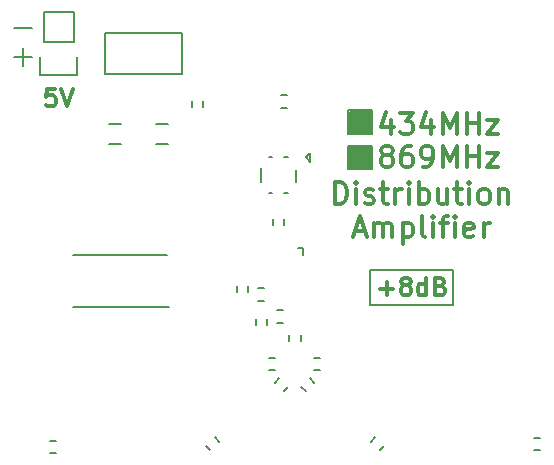
<source format=gto>
G04 #@! TF.FileFunction,Legend,Top*
%FSLAX46Y46*%
G04 Gerber Fmt 4.6, Leading zero omitted, Abs format (unit mm)*
G04 Created by KiCad (PCBNEW 4.0.2-stable) date Fri 15 Jul 2016 21:48:07 BST*
%MOMM*%
G01*
G04 APERTURE LIST*
%ADD10C,0.100000*%
%ADD11C,0.300000*%
%ADD12C,0.200000*%
%ADD13C,0.150000*%
%ADD14C,0.254000*%
G04 APERTURE END LIST*
D10*
D11*
X88371429Y-79404286D02*
X88371429Y-77604286D01*
X88800001Y-77604286D01*
X89057144Y-77690000D01*
X89228572Y-77861429D01*
X89314287Y-78032857D01*
X89400001Y-78375714D01*
X89400001Y-78632857D01*
X89314287Y-78975714D01*
X89228572Y-79147143D01*
X89057144Y-79318571D01*
X88800001Y-79404286D01*
X88371429Y-79404286D01*
X90171429Y-79404286D02*
X90171429Y-78204286D01*
X90171429Y-77604286D02*
X90085715Y-77690000D01*
X90171429Y-77775714D01*
X90257144Y-77690000D01*
X90171429Y-77604286D01*
X90171429Y-77775714D01*
X90942858Y-79318571D02*
X91114287Y-79404286D01*
X91457144Y-79404286D01*
X91628572Y-79318571D01*
X91714287Y-79147143D01*
X91714287Y-79061429D01*
X91628572Y-78890000D01*
X91457144Y-78804286D01*
X91200001Y-78804286D01*
X91028572Y-78718571D01*
X90942858Y-78547143D01*
X90942858Y-78461429D01*
X91028572Y-78290000D01*
X91200001Y-78204286D01*
X91457144Y-78204286D01*
X91628572Y-78290000D01*
X92228573Y-78204286D02*
X92914287Y-78204286D01*
X92485715Y-77604286D02*
X92485715Y-79147143D01*
X92571430Y-79318571D01*
X92742858Y-79404286D01*
X92914287Y-79404286D01*
X93514286Y-79404286D02*
X93514286Y-78204286D01*
X93514286Y-78547143D02*
X93600001Y-78375714D01*
X93685715Y-78290000D01*
X93857144Y-78204286D01*
X94028572Y-78204286D01*
X94628572Y-79404286D02*
X94628572Y-78204286D01*
X94628572Y-77604286D02*
X94542858Y-77690000D01*
X94628572Y-77775714D01*
X94714287Y-77690000D01*
X94628572Y-77604286D01*
X94628572Y-77775714D01*
X95485715Y-79404286D02*
X95485715Y-77604286D01*
X95485715Y-78290000D02*
X95657144Y-78204286D01*
X96000001Y-78204286D01*
X96171430Y-78290000D01*
X96257144Y-78375714D01*
X96342858Y-78547143D01*
X96342858Y-79061429D01*
X96257144Y-79232857D01*
X96171430Y-79318571D01*
X96000001Y-79404286D01*
X95657144Y-79404286D01*
X95485715Y-79318571D01*
X97885715Y-78204286D02*
X97885715Y-79404286D01*
X97114286Y-78204286D02*
X97114286Y-79147143D01*
X97200001Y-79318571D01*
X97371429Y-79404286D01*
X97628572Y-79404286D01*
X97800001Y-79318571D01*
X97885715Y-79232857D01*
X98485715Y-78204286D02*
X99171429Y-78204286D01*
X98742857Y-77604286D02*
X98742857Y-79147143D01*
X98828572Y-79318571D01*
X99000000Y-79404286D01*
X99171429Y-79404286D01*
X99771428Y-79404286D02*
X99771428Y-78204286D01*
X99771428Y-77604286D02*
X99685714Y-77690000D01*
X99771428Y-77775714D01*
X99857143Y-77690000D01*
X99771428Y-77604286D01*
X99771428Y-77775714D01*
X100885714Y-79404286D02*
X100714286Y-79318571D01*
X100628571Y-79232857D01*
X100542857Y-79061429D01*
X100542857Y-78547143D01*
X100628571Y-78375714D01*
X100714286Y-78290000D01*
X100885714Y-78204286D01*
X101142857Y-78204286D01*
X101314286Y-78290000D01*
X101400000Y-78375714D01*
X101485714Y-78547143D01*
X101485714Y-79061429D01*
X101400000Y-79232857D01*
X101314286Y-79318571D01*
X101142857Y-79404286D01*
X100885714Y-79404286D01*
X102257142Y-78204286D02*
X102257142Y-79404286D01*
X102257142Y-78375714D02*
X102342857Y-78290000D01*
X102514285Y-78204286D01*
X102771428Y-78204286D01*
X102942857Y-78290000D01*
X103028571Y-78461429D01*
X103028571Y-79404286D01*
X90085715Y-81710000D02*
X90942858Y-81710000D01*
X89914287Y-82224286D02*
X90514287Y-80424286D01*
X91114287Y-82224286D01*
X91714286Y-82224286D02*
X91714286Y-81024286D01*
X91714286Y-81195714D02*
X91800001Y-81110000D01*
X91971429Y-81024286D01*
X92228572Y-81024286D01*
X92400001Y-81110000D01*
X92485715Y-81281429D01*
X92485715Y-82224286D01*
X92485715Y-81281429D02*
X92571429Y-81110000D01*
X92742858Y-81024286D01*
X93000001Y-81024286D01*
X93171429Y-81110000D01*
X93257144Y-81281429D01*
X93257144Y-82224286D01*
X94114286Y-81024286D02*
X94114286Y-82824286D01*
X94114286Y-81110000D02*
X94285715Y-81024286D01*
X94628572Y-81024286D01*
X94800001Y-81110000D01*
X94885715Y-81195714D01*
X94971429Y-81367143D01*
X94971429Y-81881429D01*
X94885715Y-82052857D01*
X94800001Y-82138571D01*
X94628572Y-82224286D01*
X94285715Y-82224286D01*
X94114286Y-82138571D01*
X96000000Y-82224286D02*
X95828572Y-82138571D01*
X95742857Y-81967143D01*
X95742857Y-80424286D01*
X96685714Y-82224286D02*
X96685714Y-81024286D01*
X96685714Y-80424286D02*
X96600000Y-80510000D01*
X96685714Y-80595714D01*
X96771429Y-80510000D01*
X96685714Y-80424286D01*
X96685714Y-80595714D01*
X97285715Y-81024286D02*
X97971429Y-81024286D01*
X97542857Y-82224286D02*
X97542857Y-80681429D01*
X97628572Y-80510000D01*
X97800000Y-80424286D01*
X97971429Y-80424286D01*
X98571428Y-82224286D02*
X98571428Y-81024286D01*
X98571428Y-80424286D02*
X98485714Y-80510000D01*
X98571428Y-80595714D01*
X98657143Y-80510000D01*
X98571428Y-80424286D01*
X98571428Y-80595714D01*
X100114286Y-82138571D02*
X99942857Y-82224286D01*
X99600000Y-82224286D01*
X99428571Y-82138571D01*
X99342857Y-81967143D01*
X99342857Y-81281429D01*
X99428571Y-81110000D01*
X99600000Y-81024286D01*
X99942857Y-81024286D01*
X100114286Y-81110000D01*
X100200000Y-81281429D01*
X100200000Y-81452857D01*
X99342857Y-81624286D01*
X100971428Y-82224286D02*
X100971428Y-81024286D01*
X100971428Y-81367143D02*
X101057143Y-81195714D01*
X101142857Y-81110000D01*
X101314286Y-81024286D01*
X101485714Y-81024286D01*
D12*
X91500000Y-71500000D02*
X89500000Y-71500000D01*
X91500000Y-71500000D02*
X91500000Y-73500000D01*
X89500000Y-73500000D02*
X89500000Y-71500000D01*
X91500000Y-73500000D02*
X89500000Y-73500000D01*
X91500000Y-74500000D02*
X91500000Y-76500000D01*
X89500000Y-74500000D02*
X91500000Y-74500000D01*
X89500000Y-76500000D02*
X89500000Y-74500000D01*
X91500000Y-76500000D02*
X89500000Y-76500000D01*
D11*
X64714287Y-69678571D02*
X64000001Y-69678571D01*
X63928572Y-70392857D01*
X64000001Y-70321429D01*
X64142858Y-70250000D01*
X64500001Y-70250000D01*
X64642858Y-70321429D01*
X64714287Y-70392857D01*
X64785715Y-70535714D01*
X64785715Y-70892857D01*
X64714287Y-71035714D01*
X64642858Y-71107143D01*
X64500001Y-71178571D01*
X64142858Y-71178571D01*
X64000001Y-71107143D01*
X63928572Y-71035714D01*
X65214286Y-69678571D02*
X65714286Y-71178571D01*
X66214286Y-69678571D01*
D12*
X91400000Y-85000000D02*
X91400000Y-88000000D01*
X98400000Y-85000000D02*
X91400000Y-85000000D01*
X98400000Y-88000000D02*
X98400000Y-85000000D01*
X91400000Y-88000000D02*
X98400000Y-88000000D01*
D11*
X92185715Y-86607143D02*
X93328572Y-86607143D01*
X92757143Y-87178571D02*
X92757143Y-86035714D01*
X94257144Y-86321429D02*
X94114286Y-86250000D01*
X94042858Y-86178571D01*
X93971429Y-86035714D01*
X93971429Y-85964286D01*
X94042858Y-85821429D01*
X94114286Y-85750000D01*
X94257144Y-85678571D01*
X94542858Y-85678571D01*
X94685715Y-85750000D01*
X94757144Y-85821429D01*
X94828572Y-85964286D01*
X94828572Y-86035714D01*
X94757144Y-86178571D01*
X94685715Y-86250000D01*
X94542858Y-86321429D01*
X94257144Y-86321429D01*
X94114286Y-86392857D01*
X94042858Y-86464286D01*
X93971429Y-86607143D01*
X93971429Y-86892857D01*
X94042858Y-87035714D01*
X94114286Y-87107143D01*
X94257144Y-87178571D01*
X94542858Y-87178571D01*
X94685715Y-87107143D01*
X94757144Y-87035714D01*
X94828572Y-86892857D01*
X94828572Y-86607143D01*
X94757144Y-86464286D01*
X94685715Y-86392857D01*
X94542858Y-86321429D01*
X96114286Y-87178571D02*
X96114286Y-85678571D01*
X96114286Y-87107143D02*
X95971429Y-87178571D01*
X95685715Y-87178571D01*
X95542857Y-87107143D01*
X95471429Y-87035714D01*
X95400000Y-86892857D01*
X95400000Y-86464286D01*
X95471429Y-86321429D01*
X95542857Y-86250000D01*
X95685715Y-86178571D01*
X95971429Y-86178571D01*
X96114286Y-86250000D01*
X97328572Y-86392857D02*
X97542858Y-86464286D01*
X97614286Y-86535714D01*
X97685715Y-86678571D01*
X97685715Y-86892857D01*
X97614286Y-87035714D01*
X97542858Y-87107143D01*
X97400000Y-87178571D01*
X96828572Y-87178571D01*
X96828572Y-85678571D01*
X97328572Y-85678571D01*
X97471429Y-85750000D01*
X97542858Y-85821429D01*
X97614286Y-85964286D01*
X97614286Y-86107143D01*
X97542858Y-86250000D01*
X97471429Y-86321429D01*
X97328572Y-86392857D01*
X96828572Y-86392857D01*
D12*
X61250000Y-64500000D02*
X62750000Y-64500000D01*
X62000000Y-66250000D02*
X62000000Y-67750000D01*
X61250000Y-67000000D02*
X62750000Y-67000000D01*
D11*
X93128571Y-72304286D02*
X93128571Y-73504286D01*
X92700000Y-71618571D02*
X92271428Y-72904286D01*
X93385714Y-72904286D01*
X93900000Y-71704286D02*
X95014286Y-71704286D01*
X94414286Y-72390000D01*
X94671428Y-72390000D01*
X94842857Y-72475714D01*
X94928571Y-72561429D01*
X95014286Y-72732857D01*
X95014286Y-73161429D01*
X94928571Y-73332857D01*
X94842857Y-73418571D01*
X94671428Y-73504286D01*
X94157143Y-73504286D01*
X93985714Y-73418571D01*
X93900000Y-73332857D01*
X96557143Y-72304286D02*
X96557143Y-73504286D01*
X96128572Y-71618571D02*
X95700000Y-72904286D01*
X96814286Y-72904286D01*
X97500000Y-73504286D02*
X97500000Y-71704286D01*
X98100000Y-72990000D01*
X98700000Y-71704286D01*
X98700000Y-73504286D01*
X99557143Y-73504286D02*
X99557143Y-71704286D01*
X99557143Y-72561429D02*
X100585715Y-72561429D01*
X100585715Y-73504286D02*
X100585715Y-71704286D01*
X101271429Y-72304286D02*
X102214286Y-72304286D01*
X101271429Y-73504286D01*
X102214286Y-73504286D01*
X92614285Y-75295714D02*
X92442857Y-75210000D01*
X92357142Y-75124286D01*
X92271428Y-74952857D01*
X92271428Y-74867143D01*
X92357142Y-74695714D01*
X92442857Y-74610000D01*
X92614285Y-74524286D01*
X92957142Y-74524286D01*
X93128571Y-74610000D01*
X93214285Y-74695714D01*
X93300000Y-74867143D01*
X93300000Y-74952857D01*
X93214285Y-75124286D01*
X93128571Y-75210000D01*
X92957142Y-75295714D01*
X92614285Y-75295714D01*
X92442857Y-75381429D01*
X92357142Y-75467143D01*
X92271428Y-75638571D01*
X92271428Y-75981429D01*
X92357142Y-76152857D01*
X92442857Y-76238571D01*
X92614285Y-76324286D01*
X92957142Y-76324286D01*
X93128571Y-76238571D01*
X93214285Y-76152857D01*
X93300000Y-75981429D01*
X93300000Y-75638571D01*
X93214285Y-75467143D01*
X93128571Y-75381429D01*
X92957142Y-75295714D01*
X94842857Y-74524286D02*
X94500000Y-74524286D01*
X94328571Y-74610000D01*
X94242857Y-74695714D01*
X94071428Y-74952857D01*
X93985714Y-75295714D01*
X93985714Y-75981429D01*
X94071428Y-76152857D01*
X94157143Y-76238571D01*
X94328571Y-76324286D01*
X94671428Y-76324286D01*
X94842857Y-76238571D01*
X94928571Y-76152857D01*
X95014286Y-75981429D01*
X95014286Y-75552857D01*
X94928571Y-75381429D01*
X94842857Y-75295714D01*
X94671428Y-75210000D01*
X94328571Y-75210000D01*
X94157143Y-75295714D01*
X94071428Y-75381429D01*
X93985714Y-75552857D01*
X95871429Y-76324286D02*
X96214286Y-76324286D01*
X96385714Y-76238571D01*
X96471429Y-76152857D01*
X96642857Y-75895714D01*
X96728572Y-75552857D01*
X96728572Y-74867143D01*
X96642857Y-74695714D01*
X96557143Y-74610000D01*
X96385714Y-74524286D01*
X96042857Y-74524286D01*
X95871429Y-74610000D01*
X95785714Y-74695714D01*
X95700000Y-74867143D01*
X95700000Y-75295714D01*
X95785714Y-75467143D01*
X95871429Y-75552857D01*
X96042857Y-75638571D01*
X96385714Y-75638571D01*
X96557143Y-75552857D01*
X96642857Y-75467143D01*
X96728572Y-75295714D01*
X97500000Y-76324286D02*
X97500000Y-74524286D01*
X98100000Y-75810000D01*
X98700000Y-74524286D01*
X98700000Y-76324286D01*
X99557143Y-76324286D02*
X99557143Y-74524286D01*
X99557143Y-75381429D02*
X100585715Y-75381429D01*
X100585715Y-76324286D02*
X100585715Y-74524286D01*
X101271429Y-75124286D02*
X102214286Y-75124286D01*
X101271429Y-76324286D01*
X102214286Y-76324286D01*
D13*
X83125000Y-80700000D02*
X83125000Y-81200000D01*
X84075000Y-81200000D02*
X84075000Y-80700000D01*
X70250000Y-72650000D02*
X69250000Y-72650000D01*
X69250000Y-74350000D02*
X70250000Y-74350000D01*
X77225000Y-71250000D02*
X77225000Y-70750000D01*
X76275000Y-70750000D02*
X76275000Y-71250000D01*
X82675000Y-89700000D02*
X82675000Y-89200000D01*
X81725000Y-89200000D02*
X81725000Y-89700000D01*
X73250000Y-74350000D02*
X74250000Y-74350000D01*
X74250000Y-72650000D02*
X73250000Y-72650000D01*
X80075000Y-86350000D02*
X80075000Y-86850000D01*
X81025000Y-86850000D02*
X81025000Y-86350000D01*
X84525000Y-90550000D02*
X84525000Y-91050000D01*
X85475000Y-91050000D02*
X85475000Y-90550000D01*
X74200000Y-83800000D02*
X66200000Y-83800000D01*
X66200000Y-88200000D02*
X74300000Y-88200000D01*
X84350000Y-70225000D02*
X83850000Y-70225000D01*
X83850000Y-71275000D02*
X84350000Y-71275000D01*
X83500000Y-89475000D02*
X84000000Y-89475000D01*
X84000000Y-88425000D02*
X83500000Y-88425000D01*
X82850000Y-93525000D02*
X83350000Y-93525000D01*
X83350000Y-92475000D02*
X82850000Y-92475000D01*
X86648008Y-94555546D02*
X86294454Y-94201992D01*
X85551992Y-94944454D02*
X85905546Y-95298008D01*
X87100000Y-92475000D02*
X86600000Y-92475000D01*
X86600000Y-93525000D02*
X87100000Y-93525000D01*
X84044454Y-95298008D02*
X84398008Y-94944454D01*
X83655546Y-94201992D02*
X83301992Y-94555546D01*
X82350000Y-86575000D02*
X81850000Y-86575000D01*
X81850000Y-87625000D02*
X82350000Y-87625000D01*
X64750000Y-99475000D02*
X64250000Y-99475000D01*
X64250000Y-100525000D02*
X64750000Y-100525000D01*
X92194454Y-100298008D02*
X92548008Y-99944454D01*
X91805546Y-99201992D02*
X91451992Y-99555546D01*
X105250000Y-100275000D02*
X105750000Y-100275000D01*
X105750000Y-99225000D02*
X105250000Y-99225000D01*
X78548008Y-99555546D02*
X78194454Y-99201992D01*
X77451992Y-99944454D02*
X77805546Y-100298008D01*
X85670800Y-83771340D02*
X85670800Y-83202380D01*
X85670800Y-83202380D02*
X85259320Y-83202380D01*
X68950000Y-64950000D02*
X68950000Y-68450000D01*
X68950000Y-68450000D02*
X75450000Y-68450000D01*
X75450000Y-68450000D02*
X75450000Y-64950000D01*
X75450000Y-64950000D02*
X68950000Y-64950000D01*
X85100000Y-77600000D02*
X85100000Y-76600000D01*
X85900000Y-75500000D02*
X86300000Y-75100000D01*
X86300000Y-75100000D02*
X86300000Y-75900000D01*
X86300000Y-75900000D02*
X85900000Y-75500000D01*
X84100000Y-78500000D02*
X84400000Y-78500000D01*
X82800000Y-78500000D02*
X83100000Y-78500000D01*
X82100000Y-76400000D02*
X82100000Y-77600000D01*
X83100000Y-75500000D02*
X82800000Y-75500000D01*
X84100000Y-75500000D02*
X84400000Y-75500000D01*
X63730000Y-65730000D02*
X63730000Y-63190000D01*
X63450000Y-68550000D02*
X63450000Y-67000000D01*
X63730000Y-65730000D02*
X66270000Y-65730000D01*
X66550000Y-67000000D02*
X66550000Y-68550000D01*
X66550000Y-68550000D02*
X63450000Y-68550000D01*
X66270000Y-65730000D02*
X66270000Y-63190000D01*
X66270000Y-63190000D02*
X63730000Y-63190000D01*
D14*
G36*
X91373000Y-73373000D02*
X89627000Y-73373000D01*
X89627000Y-71627000D01*
X91373000Y-71627000D01*
X91373000Y-73373000D01*
X91373000Y-73373000D01*
G37*
X91373000Y-73373000D02*
X89627000Y-73373000D01*
X89627000Y-71627000D01*
X91373000Y-71627000D01*
X91373000Y-73373000D01*
G36*
X91373000Y-76373000D02*
X89627000Y-76373000D01*
X89627000Y-74627000D01*
X91373000Y-74627000D01*
X91373000Y-76373000D01*
X91373000Y-76373000D01*
G37*
X91373000Y-76373000D02*
X89627000Y-76373000D01*
X89627000Y-74627000D01*
X91373000Y-74627000D01*
X91373000Y-76373000D01*
M02*

</source>
